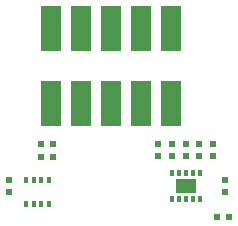
<source format=gbr>
G04 #@! TF.GenerationSoftware,KiCad,Pcbnew,5.1.0-rc2-unknown-4612175~81~ubuntu18.04.1*
G04 #@! TF.CreationDate,2019-03-08T09:09:48+02:00*
G04 #@! TF.ProjectId,MOD-ENV_revB,4d4f442d-454e-4565-9f72-6576422e6b69,rev?*
G04 #@! TF.SameCoordinates,Original*
G04 #@! TF.FileFunction,Paste,Top*
G04 #@! TF.FilePolarity,Positive*
%FSLAX46Y46*%
G04 Gerber Fmt 4.6, Leading zero omitted, Abs format (unit mm)*
G04 Created by KiCad (PCBNEW 5.1.0-rc2-unknown-4612175~81~ubuntu18.04.1) date 2019-03-08 09:09:48*
%MOMM*%
%LPD*%
G04 APERTURE LIST*
%ADD10C,1.700000*%
%ADD11C,0.100000*%
%ADD12R,0.550000X0.500000*%
%ADD13R,0.500000X0.550000*%
%ADD14R,0.300000X0.600000*%
%ADD15R,1.800000X1.200000*%
%ADD16R,0.325000X0.500000*%
G04 APERTURE END LIST*
D10*
X93345000Y-60071000D03*
D11*
G36*
X92495000Y-61976000D02*
G01*
X92495000Y-58166000D01*
X94195000Y-58166000D01*
X94195000Y-61976000D01*
X92495000Y-61976000D01*
X92495000Y-61976000D01*
G37*
D10*
X90805000Y-60071000D03*
D11*
G36*
X89955000Y-61976000D02*
G01*
X89955000Y-58166000D01*
X91655000Y-58166000D01*
X91655000Y-61976000D01*
X89955000Y-61976000D01*
X89955000Y-61976000D01*
G37*
D10*
X88265000Y-60071000D03*
D11*
G36*
X87415000Y-61976000D02*
G01*
X87415000Y-58166000D01*
X89115000Y-58166000D01*
X89115000Y-61976000D01*
X87415000Y-61976000D01*
X87415000Y-61976000D01*
G37*
D10*
X85725000Y-60071000D03*
D11*
G36*
X84875000Y-61976000D02*
G01*
X84875000Y-58166000D01*
X86575000Y-58166000D01*
X86575000Y-61976000D01*
X84875000Y-61976000D01*
X84875000Y-61976000D01*
G37*
D10*
X83185000Y-60071000D03*
D11*
G36*
X82335000Y-61976000D02*
G01*
X82335000Y-58166000D01*
X84035000Y-58166000D01*
X84035000Y-61976000D01*
X82335000Y-61976000D01*
X82335000Y-61976000D01*
G37*
D10*
X93345000Y-66421000D03*
D11*
G36*
X92495000Y-68326000D02*
G01*
X92495000Y-64516000D01*
X94195000Y-64516000D01*
X94195000Y-68326000D01*
X92495000Y-68326000D01*
X92495000Y-68326000D01*
G37*
D10*
X90805000Y-66421000D03*
D11*
G36*
X89955000Y-68326000D02*
G01*
X89955000Y-64516000D01*
X91655000Y-64516000D01*
X91655000Y-68326000D01*
X89955000Y-68326000D01*
X89955000Y-68326000D01*
G37*
D10*
X83185000Y-66421000D03*
D11*
G36*
X82335000Y-68326000D02*
G01*
X82335000Y-64516000D01*
X84035000Y-64516000D01*
X84035000Y-68326000D01*
X82335000Y-68326000D01*
X82335000Y-68326000D01*
G37*
D10*
X85725000Y-66421000D03*
D11*
G36*
X84875000Y-68326000D02*
G01*
X84875000Y-64516000D01*
X86575000Y-64516000D01*
X86575000Y-68326000D01*
X84875000Y-68326000D01*
X84875000Y-68326000D01*
G37*
D10*
X88265000Y-66421000D03*
D11*
G36*
X87415000Y-68326000D02*
G01*
X87415000Y-64516000D01*
X89115000Y-64516000D01*
X89115000Y-68326000D01*
X87415000Y-68326000D01*
X87415000Y-68326000D01*
G37*
D12*
X93421200Y-69850000D03*
X93421200Y-70866000D03*
D13*
X82382848Y-69837073D03*
X83398848Y-69837073D03*
X82382848Y-70980073D03*
X83398848Y-70980073D03*
D12*
X92278200Y-69850000D03*
X92278200Y-70866000D03*
X94615000Y-69850000D03*
X94615000Y-70866000D03*
X95758000Y-69850000D03*
X95758000Y-70866000D03*
X97917000Y-72898000D03*
X97917000Y-73914000D03*
X96901000Y-70866000D03*
X96901000Y-69850000D03*
D14*
X94015000Y-74531400D03*
X93415000Y-74531400D03*
X95215000Y-74531400D03*
X95815000Y-74531400D03*
X94615000Y-74531400D03*
X93415000Y-72331400D03*
X94015000Y-72331400D03*
X94615000Y-72331400D03*
X95215000Y-72331400D03*
D15*
X94615000Y-73431400D03*
D14*
X95815000Y-72331400D03*
D16*
X81067000Y-74939000D03*
X81717000Y-74939000D03*
X82367000Y-74939000D03*
X83017000Y-74939000D03*
X83017000Y-72889000D03*
X82367000Y-72889000D03*
X81717000Y-72889000D03*
X81067000Y-72889000D03*
D13*
X98298000Y-76073000D03*
X97282000Y-76073000D03*
D12*
X79629000Y-72898000D03*
X79629000Y-73914000D03*
M02*

</source>
